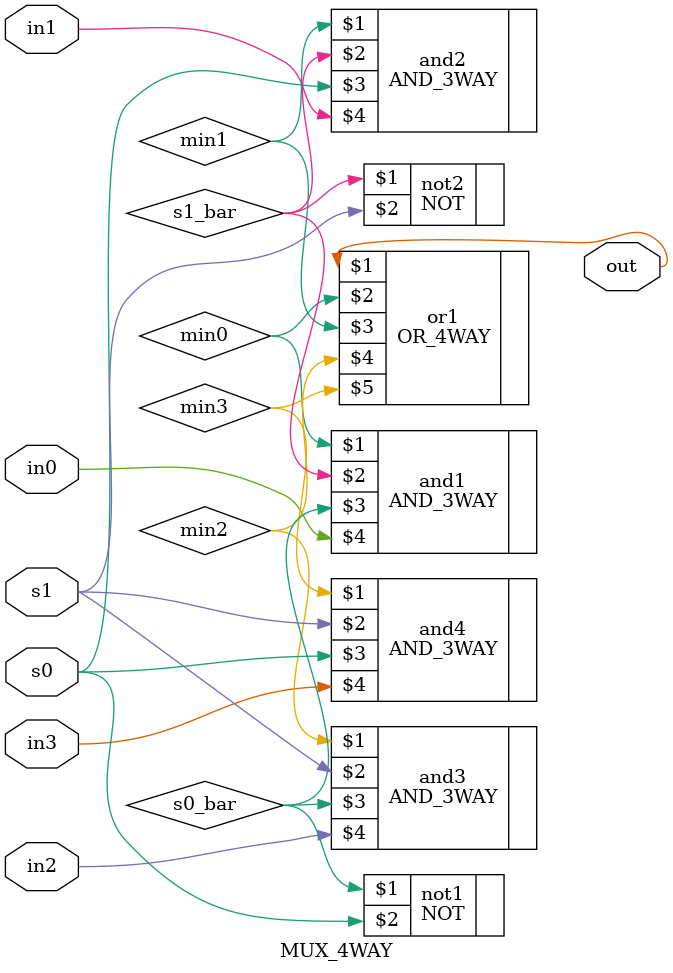
<source format=v>
module MUX_4WAY(out,in0,in1,in2,in3,s0,s1);
output out;
input in0 ,in1 ,in2 ,in3 ,s0 ,s1;
wire s0_bar , s1_bar , min0 , min1 , min2 , min3 ;
NOT not1 (s0_bar , s0) ;
NOT not2(s1_bar,s1);
AND_3WAY and1(min0,s1_bar,s0_bar,in0);
AND_3WAY and2(min1,s1_bar,s0,in1);
AND_3WAY and3(min2,s1,s0_bar,in2);
AND_3WAY and4(min3,s1,s0,in3);
OR_4WAY or1(out,min0,min1,min2,min3);
endmodule



</source>
